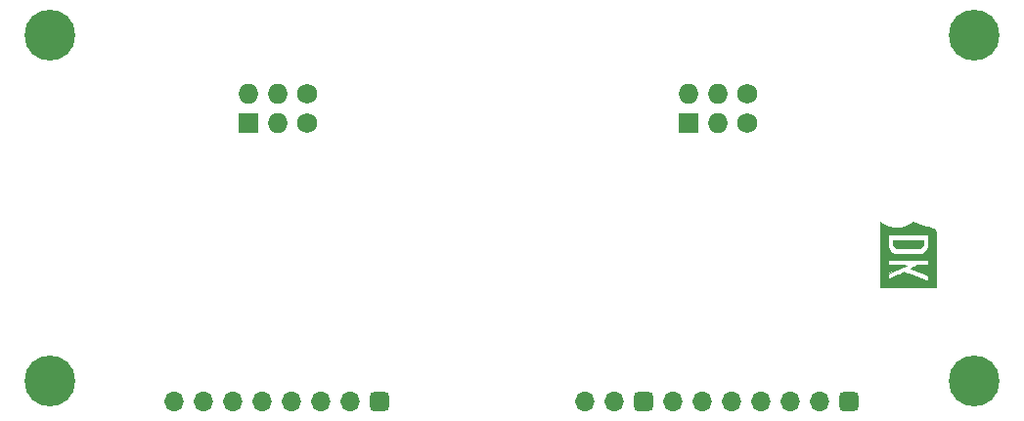
<source format=gbs>
%TF.GenerationSoftware,KiCad,Pcbnew,8.99.0-2433-g53022ab347*%
%TF.CreationDate,2024-10-05T16:52:00+02:00*%
%TF.ProjectId,Flipper SAO Debug,466c6970-7065-4722-9053-414f20446562,1.0*%
%TF.SameCoordinates,PX25b7c30PY3881550*%
%TF.FileFunction,Soldermask,Bot*%
%TF.FilePolarity,Negative*%
%FSLAX46Y46*%
G04 Gerber Fmt 4.6, Leading zero omitted, Abs format (unit mm)*
G04 Created by KiCad (PCBNEW 8.99.0-2433-g53022ab347) date 2024-10-05 16:52:00*
%MOMM*%
%LPD*%
G01*
G04 APERTURE LIST*
G04 Aperture macros list*
%AMRoundRect*
0 Rectangle with rounded corners*
0 $1 Rounding radius*
0 $2 $3 $4 $5 $6 $7 $8 $9 X,Y pos of 4 corners*
0 Add a 4 corners polygon primitive as box body*
4,1,4,$2,$3,$4,$5,$6,$7,$8,$9,$2,$3,0*
0 Add four circle primitives for the rounded corners*
1,1,$1+$1,$2,$3*
1,1,$1+$1,$4,$5*
1,1,$1+$1,$6,$7*
1,1,$1+$1,$8,$9*
0 Add four rect primitives between the rounded corners*
20,1,$1+$1,$2,$3,$4,$5,0*
20,1,$1+$1,$4,$5,$6,$7,0*
20,1,$1+$1,$6,$7,$8,$9,0*
20,1,$1+$1,$8,$9,$2,$3,0*%
G04 Aperture macros list end*
%ADD10C,0.010000*%
%ADD11C,0.700000*%
%ADD12C,4.400000*%
%ADD13O,1.727200X1.727200*%
%ADD14R,1.727200X1.727200*%
%ADD15C,1.727200*%
%ADD16RoundRect,0.425000X-0.425000X0.425000X-0.425000X-0.425000X0.425000X-0.425000X0.425000X0.425000X0*%
%ADD17O,1.700000X1.700000*%
G04 APERTURE END LIST*
D10*
%TO.C,G\u002A\u002A\u002A*%
X78616445Y-20816446D02*
X78614852Y-20978721D01*
X78610222Y-21079828D01*
X78583512Y-21220942D01*
X78530258Y-21322775D01*
X78447112Y-21393608D01*
X78444977Y-21394850D01*
X78417184Y-21409624D01*
X78385907Y-21421576D01*
X78345259Y-21431009D01*
X78289359Y-21438217D01*
X78212322Y-21443499D01*
X78108262Y-21447155D01*
X77971295Y-21449478D01*
X77795538Y-21450769D01*
X77575104Y-21451325D01*
X77304111Y-21451445D01*
X77145468Y-21451393D01*
X76901652Y-21450933D01*
X76705194Y-21449779D01*
X76550259Y-21447668D01*
X76431012Y-21444336D01*
X76341622Y-21439522D01*
X76276255Y-21432961D01*
X76229074Y-21424395D01*
X76194250Y-21413555D01*
X76165945Y-21400181D01*
X76133550Y-21379748D01*
X76053751Y-21290422D01*
X76007013Y-21160630D01*
X75991777Y-20986684D01*
X75991777Y-20816444D01*
X78616445Y-20816446D01*
G36*
X78616445Y-20816446D02*
G01*
X78614852Y-20978721D01*
X78610222Y-21079828D01*
X78583512Y-21220942D01*
X78530258Y-21322775D01*
X78447112Y-21393608D01*
X78444977Y-21394850D01*
X78417184Y-21409624D01*
X78385907Y-21421576D01*
X78345259Y-21431009D01*
X78289359Y-21438217D01*
X78212322Y-21443499D01*
X78108262Y-21447155D01*
X77971295Y-21449478D01*
X77795538Y-21450769D01*
X77575104Y-21451325D01*
X77304111Y-21451445D01*
X77145468Y-21451393D01*
X76901652Y-21450933D01*
X76705194Y-21449779D01*
X76550259Y-21447668D01*
X76431012Y-21444336D01*
X76341622Y-21439522D01*
X76276255Y-21432961D01*
X76229074Y-21424395D01*
X76194250Y-21413555D01*
X76165945Y-21400181D01*
X76133550Y-21379748D01*
X76053751Y-21290422D01*
X76007013Y-21160630D01*
X75991777Y-20986684D01*
X75991777Y-20816444D01*
X78616445Y-20816446D01*
G37*
X78635023Y-19501642D02*
X78836345Y-19569378D01*
X79045177Y-19639818D01*
X79232576Y-19703214D01*
X79392124Y-19757385D01*
X79517405Y-19800156D01*
X79602002Y-19829344D01*
X79639500Y-19842770D01*
X79642586Y-19844277D01*
X79650766Y-19852140D01*
X79657922Y-19867932D01*
X79664128Y-19895124D01*
X79669447Y-19937175D01*
X79673950Y-19997556D01*
X79677702Y-20079728D01*
X79680772Y-20187157D01*
X79683227Y-20323309D01*
X79685134Y-20491649D01*
X79686564Y-20695642D01*
X79687582Y-20938752D01*
X79688255Y-21224448D01*
X79688651Y-21556192D01*
X79688840Y-21937449D01*
X79688889Y-22371686D01*
X79688890Y-24880446D01*
X74919334Y-24880445D01*
X74919334Y-22933111D01*
X75540222Y-22933111D01*
X76346221Y-22933111D01*
X76393318Y-22933153D01*
X76595212Y-22934295D01*
X76775151Y-22936853D01*
X76926242Y-22940614D01*
X77041582Y-22945377D01*
X77114274Y-22950926D01*
X77137422Y-22957055D01*
X77131072Y-22961837D01*
X77082380Y-22988219D01*
X76991375Y-23033507D01*
X76864416Y-23094667D01*
X76707864Y-23168646D01*
X76528078Y-23252402D01*
X76331424Y-23342889D01*
X75540222Y-23704780D01*
X75540223Y-24200282D01*
X76210500Y-23873944D01*
X76379893Y-23791748D01*
X76546924Y-23711287D01*
X76691930Y-23642050D01*
X76807737Y-23587438D01*
X76887188Y-23550851D01*
X76923111Y-23535690D01*
X76928852Y-23535881D01*
X76979313Y-23549352D01*
X77074568Y-23580675D01*
X77208757Y-23627736D01*
X77376022Y-23688421D01*
X77570510Y-23760610D01*
X77786357Y-23842190D01*
X78017709Y-23931045D01*
X79069972Y-24338311D01*
X79053889Y-23801201D01*
X78715222Y-23677400D01*
X78476709Y-23590200D01*
X78232899Y-23500916D01*
X78034170Y-23427747D01*
X77876183Y-23368898D01*
X77754599Y-23322569D01*
X77665076Y-23286958D01*
X77603276Y-23260267D01*
X77564858Y-23240696D01*
X77545488Y-23226445D01*
X77540824Y-23215719D01*
X77546521Y-23206715D01*
X77558249Y-23197632D01*
X77569525Y-23190026D01*
X77630486Y-23153836D01*
X77721441Y-23103400D01*
X77827266Y-23047175D01*
X78046508Y-22933111D01*
X79068002Y-22933111D01*
X79068000Y-22453334D01*
X75540222Y-22453334D01*
X75540222Y-22933111D01*
X74919334Y-22933111D01*
X74919334Y-20811416D01*
X75540222Y-20811416D01*
X75541296Y-20983733D01*
X75546896Y-21166700D01*
X75558914Y-21309617D01*
X75579163Y-21421725D01*
X75609447Y-21512267D01*
X75651579Y-21590492D01*
X75707364Y-21665642D01*
X75749748Y-21709476D01*
X75840586Y-21783518D01*
X75939411Y-21847505D01*
X76090556Y-21931222D01*
X78489445Y-21931222D01*
X78624075Y-21864344D01*
X78707712Y-21814571D01*
X78844875Y-21695634D01*
X78955817Y-21551717D01*
X79025797Y-21399868D01*
X79029346Y-21387262D01*
X79047008Y-21295034D01*
X79059004Y-21168479D01*
X79065834Y-21000276D01*
X79068000Y-20783100D01*
X79067999Y-20308445D01*
X75540223Y-20308445D01*
X75540222Y-20811416D01*
X74919334Y-20811416D01*
X74919334Y-19203380D01*
X75039278Y-19306186D01*
X75043983Y-19310200D01*
X75231688Y-19443581D01*
X75445219Y-19544483D01*
X75540222Y-19571645D01*
X75690724Y-19614676D01*
X75974341Y-19655930D01*
X76302222Y-19670016D01*
X76459312Y-19667980D01*
X76725894Y-19648610D01*
X76954879Y-19606330D01*
X77156665Y-19538079D01*
X77341653Y-19440799D01*
X77520245Y-19311421D01*
X77679935Y-19180673D01*
X78635023Y-19501642D01*
G36*
X78635023Y-19501642D02*
G01*
X78836345Y-19569378D01*
X79045177Y-19639818D01*
X79232576Y-19703214D01*
X79392124Y-19757385D01*
X79517405Y-19800156D01*
X79602002Y-19829344D01*
X79639500Y-19842770D01*
X79642586Y-19844277D01*
X79650766Y-19852140D01*
X79657922Y-19867932D01*
X79664128Y-19895124D01*
X79669447Y-19937175D01*
X79673950Y-19997556D01*
X79677702Y-20079728D01*
X79680772Y-20187157D01*
X79683227Y-20323309D01*
X79685134Y-20491649D01*
X79686564Y-20695642D01*
X79687582Y-20938752D01*
X79688255Y-21224448D01*
X79688651Y-21556192D01*
X79688840Y-21937449D01*
X79688889Y-22371686D01*
X79688890Y-24880446D01*
X74919334Y-24880445D01*
X74919334Y-22933111D01*
X75540222Y-22933111D01*
X76346221Y-22933111D01*
X76393318Y-22933153D01*
X76595212Y-22934295D01*
X76775151Y-22936853D01*
X76926242Y-22940614D01*
X77041582Y-22945377D01*
X77114274Y-22950926D01*
X77137422Y-22957055D01*
X77131072Y-22961837D01*
X77082380Y-22988219D01*
X76991375Y-23033507D01*
X76864416Y-23094667D01*
X76707864Y-23168646D01*
X76528078Y-23252402D01*
X76331424Y-23342889D01*
X75540222Y-23704780D01*
X75540223Y-24200282D01*
X76210500Y-23873944D01*
X76379893Y-23791748D01*
X76546924Y-23711287D01*
X76691930Y-23642050D01*
X76807737Y-23587438D01*
X76887188Y-23550851D01*
X76923111Y-23535690D01*
X76928852Y-23535881D01*
X76979313Y-23549352D01*
X77074568Y-23580675D01*
X77208757Y-23627736D01*
X77376022Y-23688421D01*
X77570510Y-23760610D01*
X77786357Y-23842190D01*
X78017709Y-23931045D01*
X79069972Y-24338311D01*
X79053889Y-23801201D01*
X78715222Y-23677400D01*
X78476709Y-23590200D01*
X78232899Y-23500916D01*
X78034170Y-23427747D01*
X77876183Y-23368898D01*
X77754599Y-23322569D01*
X77665076Y-23286958D01*
X77603276Y-23260267D01*
X77564858Y-23240696D01*
X77545488Y-23226445D01*
X77540824Y-23215719D01*
X77546521Y-23206715D01*
X77558249Y-23197632D01*
X77569525Y-23190026D01*
X77630486Y-23153836D01*
X77721441Y-23103400D01*
X77827266Y-23047175D01*
X78046508Y-22933111D01*
X79068002Y-22933111D01*
X79068000Y-22453334D01*
X75540222Y-22453334D01*
X75540222Y-22933111D01*
X74919334Y-22933111D01*
X74919334Y-20811416D01*
X75540222Y-20811416D01*
X75541296Y-20983733D01*
X75546896Y-21166700D01*
X75558914Y-21309617D01*
X75579163Y-21421725D01*
X75609447Y-21512267D01*
X75651579Y-21590492D01*
X75707364Y-21665642D01*
X75749748Y-21709476D01*
X75840586Y-21783518D01*
X75939411Y-21847505D01*
X76090556Y-21931222D01*
X78489445Y-21931222D01*
X78624075Y-21864344D01*
X78707712Y-21814571D01*
X78844875Y-21695634D01*
X78955817Y-21551717D01*
X79025797Y-21399868D01*
X79029346Y-21387262D01*
X79047008Y-21295034D01*
X79059004Y-21168479D01*
X79065834Y-21000276D01*
X79068000Y-20783100D01*
X79067999Y-20308445D01*
X75540223Y-20308445D01*
X75540222Y-20811416D01*
X74919334Y-20811416D01*
X74919334Y-19203380D01*
X75039278Y-19306186D01*
X75043983Y-19310200D01*
X75231688Y-19443581D01*
X75445219Y-19544483D01*
X75540222Y-19571645D01*
X75690724Y-19614676D01*
X75974341Y-19655930D01*
X76302222Y-19670016D01*
X76459312Y-19667980D01*
X76725894Y-19648610D01*
X76954879Y-19606330D01*
X77156665Y-19538079D01*
X77341653Y-19440799D01*
X77520245Y-19311421D01*
X77679935Y-19180673D01*
X78635023Y-19501642D01*
G37*
%TD*%
D11*
%TO.C,REF\u002A\u002A*%
X1350000Y-3000000D03*
X1833274Y-1833274D03*
X1833274Y-4166726D03*
X3000000Y-1350000D03*
D12*
X3000000Y-3000000D03*
D11*
X3000000Y-4650000D03*
X4166726Y-1833274D03*
X4166726Y-4166726D03*
X4650000Y-3000000D03*
%TD*%
D13*
%TO.C,X2*%
X20200000Y-8080000D03*
D14*
X20200000Y-10620000D03*
D13*
X22740000Y-8080000D03*
X22740000Y-10620000D03*
D15*
X25280000Y-8080000D03*
X25280000Y-10620000D03*
%TD*%
D11*
%TO.C,REF\u002A\u002A*%
X81350000Y-33000000D03*
X81833274Y-31833274D03*
X81833274Y-34166726D03*
X83000000Y-31350000D03*
D12*
X83000000Y-33000000D03*
D11*
X83000000Y-34650000D03*
X84166726Y-31833274D03*
X84166726Y-34166726D03*
X84650000Y-33000000D03*
%TD*%
%TO.C,REF\u002A\u002A*%
X81350000Y-3000000D03*
X81833274Y-1833274D03*
X81833274Y-4166726D03*
X83000000Y-1350000D03*
D12*
X83000000Y-3000000D03*
D11*
X83000000Y-4650000D03*
X84166726Y-1833274D03*
X84166726Y-4166726D03*
X84650000Y-3000000D03*
%TD*%
D16*
%TO.C,J1*%
X31570000Y-34730000D03*
D17*
X29029996Y-34729999D03*
X26490000Y-34730000D03*
X23950000Y-34730000D03*
X21410001Y-34730000D03*
X18870001Y-34730000D03*
X16330000Y-34730000D03*
X13790000Y-34730000D03*
%TD*%
D11*
%TO.C,REF\u002A\u002A*%
X1350000Y-33000000D03*
X1833274Y-31833274D03*
X1833274Y-34166726D03*
X3000000Y-31350000D03*
D12*
X3000000Y-33000000D03*
D11*
X3000000Y-34650000D03*
X4166726Y-31833274D03*
X4166726Y-34166726D03*
X4650000Y-33000000D03*
%TD*%
D13*
%TO.C,X1*%
X58300000Y-8080000D03*
D14*
X58300000Y-10620000D03*
D13*
X60840000Y-8080000D03*
X60840000Y-10620000D03*
D15*
X63380000Y-8080000D03*
X63380000Y-10620000D03*
%TD*%
D16*
%TO.C,J2*%
X72210000Y-34730000D03*
D17*
X69669996Y-34729998D03*
X67130000Y-34730000D03*
X64590000Y-34730000D03*
X62050001Y-34729997D03*
X59510001Y-34730000D03*
X56970000Y-34730000D03*
D16*
X54430000Y-34730000D03*
D17*
X51890000Y-34730000D03*
X49350002Y-34730000D03*
%TD*%
M02*

</source>
